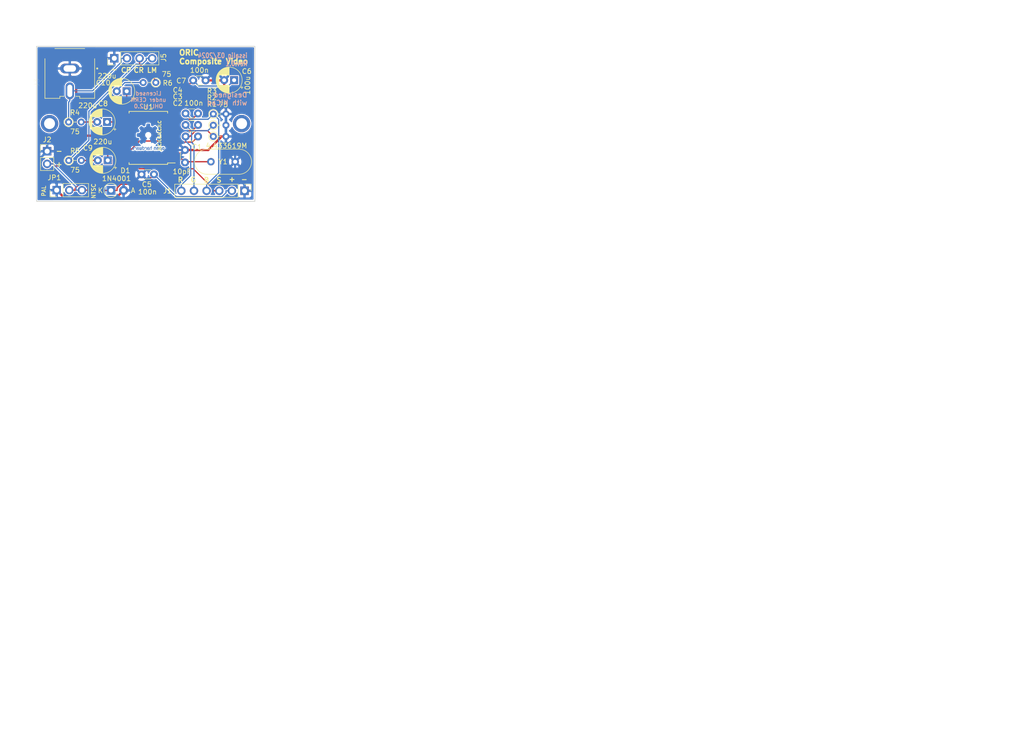
<source format=kicad_pcb>
(kicad_pcb (version 20221018) (generator pcbnew)
  (title_block (title "OpenVideoModulator") (date "2019-03-21") (rev "1") (company "SukkoPera") (comment 1 "Thanks to CPCWiki") (comment 2 "http://www.cpcwiki.eu/index.php/RGB_SVideo") (comment 3 "Licensed under CERN OHL v.1.2"))
  (layers (0 "F.Cu" signal) (31 "B.Cu" signal) (34 "B.Paste" user) (35 "F.Paste" user) (36 "B.SilkS" user "B.Silkscreen") (37 "F.SilkS" user "F.Silkscreen") (38 "B.Mask" user) (39 "F.Mask" user) (44 "Edge.Cuts" user))
  (net 0 "")
  (net 1 "Net-(U1-FIN)")
  (net 2 "GND")
  (net 3 "Net-(U1-RIN)")
  (net 4 "/red_in")
  (net 5 "Net-(U1-GIN)")
  (net 6 "/green_in")
  (net 7 "/blue_in")
  (net 8 "Net-(U1-BIN)")
  (net 9 "VAA")
  (net 10 "Net-(U1-COMP)")
  (net 11 "Net-(C8-Pad2)")
  (net 12 "Net-(C9-Pad2)")
  (net 13 "Net-(U1-LUMA)")
  (net 14 "Net-(U1-CRMA)")
  (net 15 "Net-(C10-Pad2)")
  (net 16 "/sync_in")
  (net 17 "Net-(JP1-C)")
  (net 18 "COMP")
  (net 19 "CRMA")
  (net 20 "LUMA")
  (footprint "Capacitor_THT:C_Disc_D3.0mm_W1.6mm_P2.50mm" (layer "F.Cu") (at 141.4272 103.4198 90)
    (fp_text reference "C1")
    (fp_text value "10pF")
  )
  (footprint "Capacitor_THT:C_Disc_D3.0mm_W1.6mm_P2.50mm" (layer "F.Cu") (at 144.0434 98.1964 180)
    (fp_text reference "C2")
    (fp_text value "100n")
  )
  (footprint "Capacitor_THT:C_Disc_D3.0mm_W1.6mm_P2.50mm" (layer "F.Cu") (at 144.0434 95.885 180)
    (fp_text reference "C3")
    (fp_text value "100n")
  )
  (footprint "Capacitor_THT:C_Disc_D3.0mm_W1.6mm_P2.50mm" (layer "F.Cu") (at 144.0434 93.5736 180)
    (fp_text reference "C4")
    (fp_text value "100n")
  )
  (footprint "Resistor_THT:R_Axial_DIN0204_L3.6mm_D1.6mm_P2.54mm_Vertical" (layer "F.Cu") (at 147.1168 98.1964)
    (fp_text reference "R1")
    (fp_text value "75")
  )
  (footprint "Resistor_THT:R_Axial_DIN0204_L3.6mm_D1.6mm_P2.54mm_Vertical" (layer "F.Cu") (at 147.1168 95.9358)
    (fp_text reference "R2")
    (fp_text value "75")
  )
  (footprint "Resistor_THT:R_Axial_DIN0204_L3.6mm_D1.6mm_P2.54mm_Vertical" (layer "F.Cu") (at 147.1168 93.6752)
    (fp_text reference "R3")
    (fp_text value "75")
  )
  (footprint "Resistor_THT:R_Axial_DIN0204_L3.6mm_D1.6mm_P2.54mm_Vertical" (layer "F.Cu") (at 118.0338 95.3008)
    (fp_text reference "R4")
    (fp_text value "75")
  )
  (footprint "Capacitor_THT:C_Disc_D3.0mm_W1.6mm_P2.50mm" (layer "F.Cu") (at 145.5674 86.9188 180)
    (fp_text reference "C7")
    (fp_text value "100n")
  )
  (footprint "Capacitor_THT:CP_Radial_D5.0mm_P2.00mm" (layer "F.Cu") (at 125.9012 102.997 180)
    (fp_text reference "C9")
    (fp_text value "220u")
  )
  (footprint "Diode_THT:D_A-405_P2.54mm_Vertical_AnodeUp" (layer "F.Cu") (at 126.5428 109.0422)
    (fp_text reference "D1")
    (fp_text value "1N4001")
  )
  (footprint "Connector_PinHeader_2.54mm:PinHeader_1x03_P2.54mm_Vertical" (layer "F.Cu") (at 115.6358 108.9914 90)
    (fp_text reference "JP1")
    (fp_text value "NTSC/~PAL")
  )
  (footprint "Capacitor_THT:C_Disc_D3.0mm_W1.6mm_P2.50mm" (layer "F.Cu") (at 132.6896 105.8164)
    (fp_text reference "C5")
    (fp_text value "100n")
  )
  (footprint "Capacitor_THT:CP_Radial_D5.0mm_P2.00mm" (layer "F.Cu") (at 151.2977 86.868 180)
    (fp_text reference "C6")
    (fp_text value "100u")
  )
  (footprint "Resistor_THT:R_Axial_DIN0204_L3.6mm_D1.6mm_P2.54mm_Vertical" (layer "F.Cu") (at 118.0592 103.0224)
    (fp_text reference "R5")
    (fp_text value "75")
  )
  (footprint "MountingHole:MountingHole_2.2mm_M2_ISO7380_Pad" (layer "F.Cu") (at 114.1984 95.6056)
    (fp_text reference "H1" hide)
    (fp_text value "MountingHole")
  )
  (footprint "MountingHole:MountingHole_2.2mm_M2_ISO7380_Pad" (layer "F.Cu") (at 152.8064 95.6056)
    (fp_text reference "H2" hide)
    (fp_text value "MountingHole")
  )
  (footprint "Capacitor_THT:CP_Radial_D5.0mm_P2.00mm" (layer "F.Cu") (at 125.7742 95.2754 180)
    (fp_text reference "C8")
    (fp_text value "220u")
  )
  (footprint "Capacitor_THT:CP_Radial_D5.0mm_P2.00mm" (layer "F.Cu") (at 129.7077 89.1032 180)
    (fp_text reference "C10")
    (fp_text value "220u")
  )
  (footprint "Crystal:Crystal_HC49-4H_Vertical" (layer "F.Cu") (at 151.511 103.2764 180)
    (fp_text reference "Y1")
    (fp_text value "4.433619M")
  )
  (footprint "Connector_PinHeader_2.54mm:PinHeader_1x04_P2.54mm_Vertical" (layer "F.Cu") (at 127.2146 82.4758 90)
    (fp_text reference "J5")
    (fp_text value "Conn_01x04_Male")
  )
  (footprint "OpenVideoModulator:CUI_RCJ-044" (layer "F.Cu") (at 118.2708 84.5236 90)
    (fp_text reference "J3")
    (fp_text value "RCA")
  )
  (footprint "Package_SO:SOIC-16W_7.5x10.3mm_P1.27mm" (layer "F.Cu") (at 134.063 98.4758 180)
    (fp_text reference "U1")
    (fp_text value "AD724")
  )
  (footprint "Resistor_THT:R_Axial_DIN0204_L3.6mm_D1.6mm_P2.54mm_Vertical" (layer "F.Cu") (at 135.5598 87.3506 180)
    (fp_text reference "R6")
    (fp_text value "75")
  )
  (footprint "Connector_PinHeader_2.54mm:PinHeader_1x06_P2.54mm_Vertical" (layer "F.Cu") (at 153.3906 109.1184 -90)
    (fp_text reference "J1")
    (fp_text value "Conn_01x06_Pin")
  )
  (footprint "Connector_PinHeader_2.54mm:PinHeader_1x02_P2.54mm_Vertical" (layer "F.Cu") (at 113.7158 101.1682)
    (fp_text reference "J2")
    (fp_text value "Conn_01x02_Pin")
  )
  (footprint "Symbol:OSHW-Logo2_7.3x6mm_Copper" (layer "B.Cu") (at 134.0358 98.3742 180)
    (fp_text reference "P1" hide)
    (fp_text value "OSHW_LOGO" hide)
  )
  (gr_rect (start 111.6076 80.0608) (end 155.4734 111.252) (stroke (width 0.15)) (fill none) (layer "Edge.Cuts"))
  (gr_text "Licensed\nunder CERN\nOHL v.2.0" (at 134.0866 90.8304) (layer "B.SilkS") (effects (font (size 0.8 0.8)) (justify mirror)))
  (gr_text "Designed \nwith KiCad" (at 154.0256 90.6272) (layer "B.SilkS") (effects (font (size 1 1) (thickness 0.175)) (justify left mirror)))
  (gr_text "issalig 03/2024\nRev:0.1\n" (at 154.0764 82.7278) (layer "B.SilkS") (effects (font (size 1 0.8) (thickness 0.175)) (justify left mirror)))
  (gr_text "+" (at 150.876 106.7816) (layer "F.SilkS") (effects (font (size 1 1) (thickness 0.2))))
  (gr_text "R" (at 140.5128 106.9086) (layer "F.SilkS") (effects (font (size 1 1) (thickness 0.2))))
  (gr_text "G" (at 143.1036 106.9086) (layer "F.SilkS") (effects (font (size 1 1) (thickness 0.2))))
  (gr_text "S" (at 148.2598 106.9594) (layer "F.SilkS") (effects (font (size 1 1) (thickness 0.2))))
  (gr_text "-" (at 153.3398 106.807) (layer "F.SilkS") (effects (font (size 1 1) (thickness 0.2))))
  (gr_text "NTSC" (at 123.063 109.1692 90) (layer "F.SilkS") (effects (font (size 0.8 0.8))))
  (gr_text "B" (at 145.7452 106.9594) (layer "F.SilkS") (effects (font (size 1 1) (thickness 0.2))))
  (gr_text "JLCJLCJLCJLC" (at 136.3218 98.0694 90) (layer "F.SilkS") (effects (font (size 0.6 0.6))))
  (gr_text "CR" (at 132.1308 84.8614) (layer "F.SilkS") (effects (font (size 1 1) (thickness 0.2))))
  (gr_text "LM" (at 134.7978 84.8614) (layer "F.SilkS") (effects (font (size 1 1) (thickness 0.2))))
  (gr_text "-" (at 127.1524 84.709) (layer "F.SilkS") (effects (font (size 1 1) (thickness 0.2))))
  (gr_text "CP" (at 129.5908 84.8614) (layer "F.SilkS") (effects (font (size 1 1) (thickness 0.2))))
  (gr_text "ORIC\nComposite Video" (at 140.1064 83.7438) (layer "F.SilkS") (effects (font (size 1.1 1.1) (thickness 0.275) bold) (justify left bottom)))
  (gr_text "PAL" (at 113.0554 109.1692 90) (layer "F.SilkS") (effects (font (size 0.8 0.8))))
  (gr_text "-" (at 116.1288 101.1174) (layer "F.SilkS") (effects (font (size 1 1) (thickness 0.2))))
  (gr_text "+" (at 116.1288 103.7844) (layer "F.SilkS") (effects (font (size 1 1) (thickness 0.2))))
  (segment (start 140.2836 102.2762) (end 141.4272 103.4198) (width 0.25) (layer "F.Cu") (net 1))
  (segment (start 137.6377 100.3808) (end 137.6377 102.0958) (width 0.25) (layer "F.Cu") (net 1))
  (segment (start 137.8181 102.2762) (end 140.2836 102.2762) (width 0.25) (layer "F.Cu") (net 1))
  (segment (start 146.631 103.2764) (end 141.5706 103.2764) (width 0.25) (layer "F.Cu") (net 1))
  (segment (start 141.5706 103.2764) (end 141.4272 103.4198) (width 0.25) (layer "F.Cu") (net 1))
  (segment (start 137.6377 102.0958) (end 137.8181 102.2762) (width 0.25) (layer "F.Cu") (net 1))
  (segment (start 138.713 100.3808) (end 137.6377 100.3808) (width 0.25) (layer "F.Cu") (net 1))
  (segment (start 127.2146 82.4758) (end 125.9393 82.4758) (width 0.45) (layer "F.Cu") (net 2))
  (segment (start 149.2977 86.868) (end 149.2977 86.9188) (width 0.45) (layer "F.Cu") (net 2))
  (segment (start 141.4272 100.9198) (end 140.6962 101.6508) (width 0.45) (layer "F.Cu") (net 2))
  (segment (start 129.413 99.1108) (end 128.2377 99.1108) (width 0.45) (layer "F.Cu") (net 2))
  (segment (start 146.0894 100.9198) (end 141.4272 100.9198) (width 0.45) (layer "F.Cu") (net 2))
  (segment (start 149.2977 92.1908) (end 149.6568 92.5499) (width 0.45) (layer "F.Cu") (net 2))
  (segment (start 119.4295 90.7466) (end 119.5553 90.6208) (width 0.45) (layer "F.Cu") (net 2))
  (segment (start 116.3021 101.1682) (end 119.4295 98.0408) (width 0.45) (layer "F.Cu") (net 2))
  (segment (start 140.6962 101.6508) (end 139.8883 101.6508) (width 0.45) (layer "F.Cu") (net 2))
  (segment (start 149.6568 93.6752) (end 149.6568 92.5499) (width 0.45) (layer "F.Cu") (net 2))
  (segment (start 127.7574 110.3676) (end 129.0828 109.0422) (width 0.45) (layer "F.Cu") (net 2))
  (segment (start 114.9911 101.1682) (end 116.3021 101.1682) (width 0.45) (layer "F.Cu") (net 2))
  (segment (start 118.2708 84.5236) (end 118.2708 85.9239) (width 0.45) (layer "F.Cu") (net 2))
  (segment (start 113.7158 101.1682) (end 114.9911 101.1682) (width 0.45) (layer "F.Cu") (net 2))
  (segment (start 149.2977 86.9188) (end 149.2977 92.1908) (width 0.45) (layer "F.Cu") (net 2))
  (segment (start 119.4295 98.0408) (end 128.2377 98.0408) (width 0.45) (layer "F.Cu") (net 2))
  (segment (start 149.6568 98.1964) (end 148.5315 98.1964) (width 0.45) (layer "F.Cu") (net 2))
  (segment (start 128.2377 98.0408) (end 128.2377 99.1108) (width 0.45) (layer "F.Cu") (net 2))
  (segment (start 149.2977 86.9188) (end 145.5674 86.9188) (width 0.45) (layer "F.Cu") (net 2))
  (segment (start 128.2377 97.8408) (end 128.2377 98.0408) (width 0.45) (layer "F.Cu") (net 2))
  (segment (start 119.5553 90.6208) (end 119.5553 87.2084) (width 0.45) (layer "F.Cu") (net 2))
  (segment (start 121.2067 87.2084) (end 125.9393 82.4758) (width 0.45) (layer "F.Cu") (net 2))
  (segment (start 138.713 101.6508) (end 139.8883 101.6508) (width 0.45) (layer "F.Cu") (net 2))
  (segment (start 115.6358 108.9914) (end 117.012 110.3676) (width 0.45) (layer "F.Cu") (net 2))
  (segment (start 119.5553 87.2084) (end 121.2067 87.2084) (width 0.45) (layer "F.Cu") (net 2))
  (segment (start 117.012 110.3676) (end 127.7574 110.3676) (width 0.45) (layer "F.Cu") (net 2))
  (segment (start 119.5553 87.2084) (end 118.2708 85.9239) (width 0.45) (layer "F.Cu") (net 2))
  (segment (start 119.4295 98.0408) (end 119.4295 90.7466) (width 0.45) (layer "F.Cu") (net 2))
  (segment (start 148.5315 98.4777) (end 146.0894 100.9198) (width 0.45) (layer "F.Cu") (net 2))
  (segment (start 148.5315 98.1964) (end 148.5315 98.4777) (width 0.45) (layer "F.Cu") (net 2))
  (segment (start 129.413 97.8408) (end 128.2377 97.8408) (width 0.45) (layer "F.Cu") (net 2))
  (segment (start 130.4081 108.0979) (end 132.6896 105.8164) (width 0.45) (layer "B.Cu") (net 2))
  (segment (start 129.0828 109.0422) (end 130.4081 109.0422) (width 0.45) (layer "B.Cu") (net 2))
  (segment (start 137.5862 100.9198) (end 141.4272 100.9198) (width 0.45) (layer "B.Cu") (net 2))
  (segment (start 112.4092 104.4895) (end 112.4092 102.4748) (width 0.45) (layer "B.Cu") (net 2))
  (segment (start 149.6568 93.6752) (end 149.6568 95.9358) (width 0.45) (layer "B.Cu") (net 2))
  (segment (start 132.6896 105.8164) (end 137.5862 100.9198) (width 0.45) (layer "B.Cu") (net 2))
  (segment (start 115.6358 107.7161) (end 112.4092 104.4895) (width 0.45) (layer "B.Cu") (net 2))
  (segment (start 153.3906 107.8431) (end 151.511 105.9635) (width 0.45) (layer "B.Cu") (net 2))
  (segment (start 153.3906 109.1184) (end 153.3906 107.8431) (width 0.45) (layer "B.Cu") (net 2))
  (segment (start 149.6568 95.9358) (end 149.6568 98.1964) (width 0.45) (layer "B.Cu") (net 2))
  (segment (start 151.511 101.1759) (end 149.6568 99.3217) (width 0.45) (layer "B.Cu") (net 2))
  (segment (start 130.4081 109.0422) (end 130.4081 108.0979) (width 0.45) (layer "B.Cu") (net 2))
  (segment (start 112.4092 102.4748) (end 113.7158 101.1682) (width 0.45) (layer "B.Cu") (net 2))
  (segment (start 115.6358 108.9914) (end 115.6358 107.7161) (width 0.45) (layer "B.Cu") (net 2))
  (segment (start 151.511 105.9635) (end 151.511 103.2764) (width 0.45) (layer "B.Cu") (net 2))
  (segment (start 149.6568 98.1964) (end 149.6568 99.3217) (width 0.45) (layer "B.Cu") (net 2))
  (segment (start 151.511 103.2764) (end 151.511 101.1759) (width 0.45) (layer "B.Cu") (net 2))
  (segment (start 139.7883 98.082) (end 141.0369 99.3306) (width 0.25) (layer "F.Cu") (net 3))
  (segment (start 142.9092 99.3306) (end 144.0434 98.1964) (width 0.25) (layer "F.Cu") (net 3))
  (segment (start 139.7883 96.5708) (end 139.7883 98.082) (width 0.25) (layer "F.Cu") (net 3))
  (segment (start 138.713 96.5708) (end 139.7883 96.5708) (width 0.25) (layer "F.Cu") (net 3))
  (segment (start 141.0369 99.3306) (end 142.9092 99.3306) (width 0.25) (layer "F.Cu") (net 3))
  (segment (start 143.5661 97.0407) (end 142.4104 98.1964) (width 0.25) (layer "F.Cu") (net 4))
  (segment (start 142.4104 98.1964) (end 141.5434 98.1964) (width 0.25) (layer "F.Cu") (net 4))
  (segment (start 147.1168 98.1964) (end 145.9611 97.0407) (width 0.25) (layer "F.Cu") (net 4))
  (segment (start 145.9611 97.0407) (end 143.5661 97.0407) (width 0.25) (layer "F.Cu") (net 4))
  (segment (start 142.5729 106.0608) (end 142.5729 100.14) (width 0.25) (layer "B.Cu") (net 4))
  (segment (start 142.5729 100.14) (end 141.5434 99.1105) (width 0.25) (layer "B.Cu") (net 4))
  (segment (start 141.5434 99.1105) (end 141.5434 98.1964) (width 0.25) (layer "B.Cu") (net 4))
  (segment (start 140.6906 109.1184) (end 140.6906 107.9431) (width 0.25) (layer "B.Cu") (net 4))
  (segment (start 140.6906 107.9431) (end 142.5729 106.0608) (width 0.25) (layer "B.Cu") (net 4))
  (segment (start 138.713 95.3008) (end 139.7883 95.3008) (width 0.25) (layer "F.Cu") (net 5))
  (segment (start 141.0977 97.0407) (end 142.8877 97.0407) (width 0.25) (layer "F.Cu") (net 5))
  (segment (start 139.7883 95.3008) (end 139.7883 95.7313) (width 0.25) (layer "F.Cu") (net 5))
  (segment (start 142.8877 97.0407) (end 144.0434 95.885) (width 0.25) (layer "F.Cu") (net 5))
  (segment (start 139.7883 95.7313) (end 141.0977 97.0407) (width 0.25) (layer "F.Cu") (net 5))
  (segment (start 142.7435 99.3826) (end 142.7435 97.0851) (width 0.25) (layer "B.Cu") (net 6))
  (segment (start 143.2306 109.1184) (end 143.2306 107.9431) (width 0.25) (layer "B.Cu") (net 6))
  (segment (start 142.7435 97.0851) (end 141.5434 95.885) (width 0.25) (layer "B.Cu") (net 6))
  (segment (start 146.0119 97.0407) (end 142.7879 97.0407) (width 0.25) (layer "B.Cu") (net 6))
  (segment (start 143.2306 99.8697) (end 142.7435 99.3826) (width 0.25) (layer "B.Cu") (net 6))
  (segment (start 142.7879 97.0407) (end 142.7435 97.0851) (width 0.25) (layer "B.Cu") (net 6))
  (segment (start 147.1168 95.9358) (end 146.0119 97.0407) (width 0.25) (layer "B.Cu") (net 6))
  (segment (start 143.2306 107.9431) (end 143.2306 99.8697) (width 0.25) (layer "B.Cu") (net 6))
  (segment (start 142.6991 94.7293) (end 141.5434 93.5736) (width 0.25) (layer "B.Cu") (net 7))
  (segment (start 146.0627 94.7293) (end 142.6991 94.7293) (width 0.25) (layer "B.Cu") (net 7))
  (segment (start 148.1976 94.756) (end 147.1168 93.6752) (width 0.25) (layer "B.Cu") (net 7))
  (segment (start 145.7706 109.1184) (end 145.7706 107.9431) (width 0.25) (layer "B.Cu") (net 7))
  (segment (start 148.1976 105.5161) (end 148.1976 94.756) (width 0.25) (layer "B.Cu") (net 7))
  (segment (start 147.1168 93.6752) (end 146.0627 94.7293) (width 0.25) (layer "B.Cu") (net 7))
  (segment (start 145.7706 107.9431) (end 148.1976 105.5161) (width 0.25) (layer "B.Cu") (net 7))
  (segment (start 142.8877 94.7293) (end 144.0434 93.5736) (width 0.25) (layer "F.Cu") (net 8))
  (segment (start 140.4868 94.7293) (end 142.8877 94.7293) (width 0.25) (layer "F.Cu") (net 8))
  (segment (start 138.713 94.0308) (end 139.7883 94.0308) (width 0.25) (layer "F.Cu") (net 8))
  (segment (start 139.7883 94.0308) (end 140.4868 94.7293) (width 0.25) (layer "F.Cu") (net 8))
  (segment (start 120.7158 108.9914) (end 125.2667 108.9914) (width 0.25) (layer "F.Cu") (net 9))
  (segment (start 130.4883 100.9184) (end 132.2959 99.1108) (width 0.25) (layer "F.Cu") (net 9))
  (segment (start 125.2667 108.9914) (end 125.3175 109.0422) (width 0.25) (layer "F.Cu") (net 9))
  (segment (start 138.713 97.8408) (end 137.7503 97.8408) (width 0.25) (layer "F.Cu") (net 9))
  (segment (start 137.6377 92.3485) (end 143.0674 86.9188) (width 0.25) (layer "F.Cu") (net 9))
  (segment (start 137.7503 97.8408) (end 137.6377 97.8408) (width 0.25) (layer "F.Cu") (net 9))
  (segment (start 133.1891 107.8169) (end 128.5338 107.8169) (width 0.25) (layer "F.Cu") (net 9))
  (segment (start 115.3053 104.1224) (end 126.8958 104.1224) (width 0.25) (layer "F.Cu") (net 9))
  (segment (start 129.413 100.3808) (end 129.9507 100.3808) (width 0.25) (layer "F.Cu") (net 9))
  (segment (start 132.2959 99.1108) (end 137.6377 99.1108) (width 0.25) (layer "F.Cu") (net 9))
  (segment (start 135.1896 105.8164) (end 133.1891 107.8169) (width 0.25) (layer "F.Cu") (net 9))
  (segment (start 129.413 101.6508) (end 128.3377 101.6508) (width 0.25) (layer "F.Cu") (net 9))
  (segment (start 129.9507 100.3808) (end 130.4883 100.9184) (width 0.25) (layer "F.Cu") (net 9))
  (segment (start 127.0292 102.9593) (end 128.3377 101.6508) (width 0.25) (layer "F.Cu") (net 9))
  (segment (start 113.7158 103.7082) (end 114.8911 103.7082) (width 0.25) (layer "F.Cu") (net 9))
  (segment (start 130.4883 100.9184) (end 130.4883 101.6508) (width 0.25) (layer "F.Cu") (net 9))
  (segment (start 137.6377 97.8408) (end 137.6377 99.1108) (width 0.25) (layer "F.Cu") (net 9))
  (segment (start 129.413 101.6508) (end 130.4883 101.6508) (width 0.25) (layer "F.Cu") (net 9))
  (segment (start 126.5428 109.0422) (end 127.7681 109.0422) (width 0.25) (layer "F.Cu") (net 9))
  (segment (start 127.7681 108.5826) (end 127.7681 109.0422) (width 0.25) (layer "F.Cu") (net 9))
  (segment (start 114.8911 103.7082) (end 115.3053 104.1224) (width 0.25) (layer "F.Cu") (net 9))
  (segment (start 126.5428 109.0422) (end 125.3175 109.0422) (width 0.25) (layer "F.Cu") (net 9))
  (segment (start 128.5338 107.8169) (end 127.7681 108.5826) (width 0.25) (layer "F.Cu") (net 9))
  (segment (start 126.8958 104.1224) (end 127.0292 103.989) (width 0.25) (layer "F.Cu") (net 9))
  (segment (start 137.6377 97.8408) (end 137.6377 92.3485) (width 0.25) (layer "F.Cu") (net 9))
  (segment (start 138.713 99.1108) (end 137.6377 99.1108) (width 0.25) (layer "F.Cu") (net 9))
  (segment (start 127.0292 103.989) (end 127.0292 102.9593) (width 0.25) (layer "F.Cu") (net 9))
  (segment (start 120.7158 108.9914) (end 119.5405 108.9914) (width 0.25) (layer "B.Cu") (net 9))
  (segment (start 148.8674 110.2937) (end 149.6753 109.4858) (width 0.25) (layer "B.Cu") (net 9))
  (segment (start 135.1896 105.8164) (end 139.6669 110.2937) (width 0.25) (layer "B.Cu") (net 9))
  (segment (start 113.7158 103.7082) (end 114.8911 103.7082) (width 0.25) (layer "B.Cu") (net 9))
  (segment (start 119.5405 108.3576) (end 119.5405 108.9914) (width 0.25) (layer "B.Cu") (net 9))
  (segment (start 150.1178 88.0479) (end 144.1965 88.0479) (width 0.25) (layer "B.Cu") (net 9))
  (segment (start 150.8506 109.1184) (end 149.6753 109.1184) (width 0.25) (layer "B.Cu") (net 9))
  (segment (start 114.8911 103.7082) (end 119.5405 108.3576) (width 0.25) (layer "B.Cu") (net 9))
  (segment (start 151.2977 86.868) (end 150.1178 88.0479) (width 0.25) (layer "B.Cu") (net 9))
  (segment (start 144.1965 88.0479) (end 143.0674 86.9188) (width 0.25) (layer "B.Cu") (net 9))
  (segment (start 149.6753 109.4858) (end 149.6753 109.1184) (width 0.25) (layer "B.Cu") (net 9))
  (segment (start 139.6669 110.2937) (end 148.8674 110.2937) (width 0.25) (layer "B.Cu") (net 9))
  (segment (start 125.7742 95.2754) (end 126.8995 95.2754) (width 0.25) (layer "F.Cu") (net 10))
  (segment (start 126.9249 95.3008) (end 126.8995 95.2754) (width 0.25) (layer "F.Cu") (net 10))
  (segment (start 129.413 95.3008) (end 126.9249 95.3008) (width 0.25) (layer "F.Cu") (net 10))
  (segment (start 123.7742 95.2754) (end 121.6245 95.2754) (width 0.25) (layer "F.Cu") (net 11))
  (segment (start 120.5738 95.3008) (end 121.5991 95.3008) (width 0.25) (layer "F.Cu") (net 11))
  (segment (start 121.6245 95.2754) (end 121.5991 95.3008) (width 0.25) (layer "F.Cu") (net 11))
  (segment (start 120.5992 103.0224) (end 121.6245 103.0224) (width 0.25) (layer "F.Cu") (net 12))
  (segment (start 121.6499 102.997) (end 121.6245 103.0224) (width 0.25) (layer "F.Cu") (net 12))
  (segment (start 123.9012 102.997) (end 121.6499 102.997) (width 0.25) (layer "F.Cu") (net 12))
  (segment (start 130.3681 99.7362) (end 128.0367 99.7362) (width 0.25) (layer "F.Cu") (net 13))
  (segment (start 128.0367 99.7362) (end 125.9012 101.8717) (width 0.25) (layer "F.Cu") (net 13))
  (segment (start 129.413 96.5708) (end 130.4883 96.5708) (width 0.25) (layer "F.Cu") (net 13))
  (segment (start 125.9012 102.997) (end 125.9012 101.8717) (width 0.25) (layer "F.Cu") (net 13))
  (segment (start 130.4883 96.5708) (end 130.4883 99.616) (width 0.25) (layer "F.Cu") (net 13))
  (segment (start 130.4883 99.616) (end 130.3681 99.7362) (width 0.25) (layer "F.Cu") (net 13))
  (segment (start 129.413 94.0308) (end 130.4883 94.0308) (width 0.25) (layer "F.Cu") (net 14))
  (segment (start 129.7077 89.1032) (end 129.7077 90.2285) (width 0.25) (layer "F.Cu") (net 14))
  (segment (start 130.4883 94.0308) (end 130.4883 91.0091) (width 0.25) (layer "F.Cu") (net 14))
  (segment (start 130.4883 91.0091) (end 129.7077 90.2285) (width 0.25) (layer "F.Cu") (net 14))
  (segment (start 127.7077 89.1032) (end 127.7077 88.9833) (width 0.25) (layer "B.Cu") (net 15))
  (segment (start 129.3404 87.3506) (end 133.0198 87.3506) (width 0.25) (layer "B.Cu") (net 15))
  (segment (start 127.7077 88.9833) (end 129.3404 87.3506) (width 0.25) (layer "B.Cu") (net 15))
  (segment (start 147.1353 108.7511) (end 147.1353 109.1184) (width 0.25) (layer "F.Cu") (net 16))
  (segment (start 129.413 102.9208) (end 130.4883 102.9208) (width 0.25) (layer "F.Cu") (net 16))
  (segment (start 132.2585 104.691) (end 143.0752 104.691) (width 0.25) (layer "F.Cu") (net 16))
  (segment (start 143.0752 104.691) (end 147.1353 108.7511) (width 0.25) (layer "F.Cu") (net 16))
  (segment (start 130.4883 102.9208) (end 132.2585 104.691) (width 0.25) (layer "F.Cu") (net 16))
  (segment (start 148.3106 109.1184) (end 147.1353 109.1184) (width 0.25) (layer "F.Cu") (net 16))
  (segment (start 122.3149 105.6602) (end 125.9949 105.6602) (width 0.25) (layer "F.Cu") (net 17))
  (segment (start 127.8008 103.0046) (end 128.5176 102.2878) (width 0.25) (layer "F.Cu") (net 17))
  (segment (start 118.1758 108.9914) (end 119.3511 108.9914) (width 0.25) (layer "F.Cu") (net 17))
  (segment (start 119.3511 108.9914) (end 119.3511 108.624) (width 0.25) (layer "F.Cu") (net 17))
  (segment (start 128.5176 102.2878) (end 134.762 102.2878) (width 0.25) (layer "F.Cu") (net 17))
  (segment (start 119.3511 108.624) (end 122.3149 105.6602) (width 0.25) (layer "F.Cu") (net 17))
  (segment (start 134.762 102.2878) (end 135.395 102.9208) (width 0.25) (layer "F.Cu") (net 17))
  (segment (start 135.395 102.9208) (end 138.713 102.9208) (width 0.25) (layer "F.Cu") (net 17))
  (segment (start 125.9949 105.6602) (end 127.8008 103.8543) (width 0.25) (layer "F.Cu") (net 17))
  (segment (start 127.8008 103.8543) (end 127.8008 103.0046) (width 0.25) (layer "F.Cu") (net 17))
  (segment (start 128.5793 82.4758) (end 128.5793 83.2838) (width 0.25) (layer "B.Cu") (net 18))
  (segment (start 118.0338 91.2859) (end 118.0338 95.3008) (width 0.25) (layer "B.Cu") (net 18))
  (segment (start 118.2708 89.0236) (end 118.2708 91.0489) (width 0.25) (layer "B.Cu") (net 18))
  (segment (start 128.5793 83.2838) (end 122.8395 89.0236) (width 0.25) (layer "B.Cu") (net 18))
  (segment (start 129.7546 82.4758) (end 128.5793 82.4758) (width 0.25) (layer "B.Cu") (net 18))
  (segment (start 122.8395 89.0236) (end 118.2708 89.0236) (width 0.25) (layer "B.Cu") (net 18))
  (segment (start 118.2708 91.0489) (end 118.0338 91.2859) (width 0.25) (layer "B.Cu") (net 18))
  (segment (start 135.5598 86.9163) (end 135.5598 87.3506) (width 0.25) (layer "F.Cu") (net 19))
  (segment (start 132.2946 82.4758) (end 132.2946 83.6511) (width 0.25) (layer "F.Cu") (net 19))
  (segment (start 132.2946 83.6511) (end 135.5598 86.9163) (width 0.25) (layer "F.Cu") (net 19))
  (segment (start 133.6593 82.8432) (end 132.8514 83.6511) (width 0.25) (layer "B.Cu") (net 20))
  (segment (start 122.116 98.9656) (end 118.0592 103.0224) (width 0.25) (layer "B.Cu") (net 20))
  (segment (start 131.5636 83.6511) (end 122.116 93.0987) (width 0.25) (layer "B.Cu") (net 20))
  (segment (start 133.6593 82.4758) (end 133.6593 82.8432) (width 0.25) (layer "B.Cu") (net 20))
  (segment (start 134.8346 82.4758) (end 133.6593 82.4758) (width 0.25) (layer "B.Cu") (net 20))
  (segment (start 132.8514 83.6511) (end 131.5636 83.6511) (width 0.25) (layer "B.Cu") (net 20))
  (segment (start 122.116 93.0987) (end 122.116 98.9656) (width 0.25) (layer "B.Cu") (net 20))
  (zone (net 2) (net_name "GND") (layer "B.Cu") (connect_pads (clearance 0.1)) (min_thickness 0.25) (fill yes (thermal_gap 0.5) (thermal_bridge_width 0.5))
    (polygon (pts (xy 111.7854 80.2386) (xy 155.2956 80.264) (xy 155.194 110.8964) (xy 111.7854 110.998)))
  )
)
</source>
